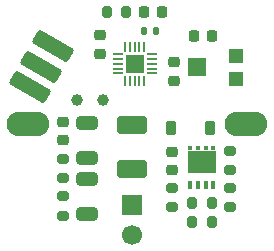
<source format=gbr>
%TF.GenerationSoftware,KiCad,Pcbnew,9.0.1*%
%TF.CreationDate,2025-10-15T21:57:33+02:00*%
%TF.ProjectId,Air_pump_controler,4169725f-7075-46d7-905f-636f6e74726f,0.1*%
%TF.SameCoordinates,Original*%
%TF.FileFunction,Soldermask,Top*%
%TF.FilePolarity,Negative*%
%FSLAX46Y46*%
G04 Gerber Fmt 4.6, Leading zero omitted, Abs format (unit mm)*
G04 Created by KiCad (PCBNEW 9.0.1) date 2025-10-15 21:57:33*
%MOMM*%
%LPD*%
G01*
G04 APERTURE LIST*
G04 Aperture macros list*
%AMRoundRect*
0 Rectangle with rounded corners*
0 $1 Rounding radius*
0 $2 $3 $4 $5 $6 $7 $8 $9 X,Y pos of 4 corners*
0 Add a 4 corners polygon primitive as box body*
4,1,4,$2,$3,$4,$5,$6,$7,$8,$9,$2,$3,0*
0 Add four circle primitives for the rounded corners*
1,1,$1+$1,$2,$3*
1,1,$1+$1,$4,$5*
1,1,$1+$1,$6,$7*
1,1,$1+$1,$8,$9*
0 Add four rect primitives between the rounded corners*
20,1,$1+$1,$2,$3,$4,$5,0*
20,1,$1+$1,$4,$5,$6,$7,0*
20,1,$1+$1,$6,$7,$8,$9,0*
20,1,$1+$1,$8,$9,$2,$3,0*%
G04 Aperture macros list end*
%ADD10C,1.000000*%
%ADD11R,1.650000X1.650000*%
%ADD12RoundRect,0.050000X0.050000X0.375000X-0.050000X0.375000X-0.050000X-0.375000X0.050000X-0.375000X0*%
%ADD13RoundRect,0.050000X0.375000X0.050000X-0.375000X0.050000X-0.375000X-0.050000X0.375000X-0.050000X0*%
%ADD14RoundRect,0.218750X0.218750X0.256250X-0.218750X0.256250X-0.218750X-0.256250X0.218750X-0.256250X0*%
%ADD15RoundRect,0.225000X-0.225000X-0.250000X0.225000X-0.250000X0.225000X0.250000X-0.225000X0.250000X0*%
%ADD16RoundRect,0.200000X0.200000X0.275000X-0.200000X0.275000X-0.200000X-0.275000X0.200000X-0.275000X0*%
%ADD17RoundRect,0.200000X-0.275000X0.200000X-0.275000X-0.200000X0.275000X-0.200000X0.275000X0.200000X0*%
%ADD18RoundRect,0.225000X-0.250000X0.225000X-0.250000X-0.225000X0.250000X-0.225000X0.250000X0.225000X0*%
%ADD19RoundRect,0.140000X-0.140000X-0.170000X0.140000X-0.170000X0.140000X0.170000X-0.140000X0.170000X0*%
%ADD20RoundRect,0.250000X0.650000X-0.325000X0.650000X0.325000X-0.650000X0.325000X-0.650000X-0.325000X0*%
%ADD21O,3.600000X2.100000*%
%ADD22RoundRect,0.225000X-0.225000X-0.375000X0.225000X-0.375000X0.225000X0.375000X-0.225000X0.375000X0*%
%ADD23RoundRect,0.250001X0.999999X-0.499999X0.999999X0.499999X-0.999999X0.499999X-0.999999X-0.499999X0*%
%ADD24RoundRect,0.250000X-0.650000X0.325000X-0.650000X-0.325000X0.650000X-0.325000X0.650000X0.325000X0*%
%ADD25C,1.700000*%
%ADD26R,1.700000X1.700000*%
%ADD27R,0.420000X0.700000*%
%ADD28R,0.420000X0.400000*%
%ADD29R,2.370000X1.850000*%
%ADD30R,1.200000X1.200000*%
%ADD31R,1.500000X1.600000*%
%ADD32RoundRect,0.200000X0.275000X-0.200000X0.275000X0.200000X-0.275000X0.200000X-0.275000X-0.200000X0*%
%ADD33RoundRect,0.225000X0.250000X-0.225000X0.250000X0.225000X-0.250000X0.225000X-0.250000X-0.225000X0*%
%ADD34RoundRect,0.250000X1.099038X-1.096410X1.499038X-0.403590X-1.099038X1.096410X-1.499038X0.403590X0*%
G04 APERTURE END LIST*
D10*
%TO.C,RX*%
X154550000Y-87300000D03*
%TD*%
%TO.C,TX*%
X152350000Y-87300000D03*
%TD*%
D11*
%TO.C,U1*%
X157200000Y-84200000D03*
D12*
X158000000Y-85650000D03*
X157600000Y-85650000D03*
X157200000Y-85650000D03*
X156800000Y-85650000D03*
X156400000Y-85650000D03*
D13*
X155750000Y-85000000D03*
X155750000Y-84600000D03*
X155750000Y-84200000D03*
X155750000Y-83800000D03*
X155750000Y-83400000D03*
D12*
X156400000Y-82750000D03*
X156800000Y-82750000D03*
X157200000Y-82750000D03*
X157600000Y-82750000D03*
X158000000Y-82750000D03*
D13*
X158650000Y-83400000D03*
X158650000Y-83800000D03*
X158650000Y-84200000D03*
X158650000Y-84600000D03*
X158650000Y-85000000D03*
%TD*%
D14*
%TO.C,D2*%
X159537501Y-79800000D03*
X157962499Y-79800000D03*
%TD*%
D15*
%TO.C,C9*%
X163775000Y-81850000D03*
X162225000Y-81850000D03*
%TD*%
D16*
%TO.C,R9*%
X156475000Y-79800000D03*
X154825000Y-79800000D03*
%TD*%
D17*
%TO.C,R8*%
X160400000Y-94675000D03*
X160400000Y-96325000D03*
%TD*%
D18*
%TO.C,C6*%
X160400000Y-91625000D03*
X160400000Y-93175000D03*
%TD*%
D19*
%TO.C,C5*%
X158020000Y-81450000D03*
X158980000Y-81450000D03*
%TD*%
D20*
%TO.C,C1*%
X153150000Y-93975000D03*
X153150000Y-96925000D03*
%TD*%
D21*
%TO.C,J4*%
X166650000Y-89300000D03*
X148150000Y-89300000D03*
%TD*%
D22*
%TO.C,D1*%
X160300000Y-89600000D03*
X163600000Y-89600000D03*
%TD*%
D16*
%TO.C,R7*%
X163725000Y-96000000D03*
X162075000Y-96000000D03*
%TD*%
D23*
%TO.C,L1*%
X156950000Y-93100000D03*
X156950000Y-89400000D03*
%TD*%
D24*
%TO.C,C4*%
X153150000Y-89225000D03*
X153150000Y-92175000D03*
%TD*%
D18*
%TO.C,C3*%
X151100000Y-89125000D03*
X151100000Y-90675000D03*
%TD*%
D25*
%TO.C,J2*%
X156950001Y-98690000D03*
D26*
X156950000Y-96150000D03*
%TD*%
D27*
%TO.C,Q1*%
X161900000Y-94500000D03*
X162550000Y-94500000D03*
X163200000Y-94500000D03*
X163850000Y-94500000D03*
D28*
X161900000Y-91350000D03*
X162550000Y-91350000D03*
D29*
X162875000Y-92475000D03*
D28*
X163200000Y-91350000D03*
X163850000Y-91350000D03*
%TD*%
D17*
%TO.C,TH1*%
X165300000Y-91575000D03*
X165300000Y-93225000D03*
%TD*%
D18*
%TO.C,C10*%
X160550000Y-84075000D03*
X160550000Y-85625000D03*
%TD*%
D30*
%TO.C,RV1*%
X165750000Y-85500000D03*
D31*
X162500000Y-84500000D03*
D30*
X165750000Y-83500000D03*
%TD*%
D32*
%TO.C,R6*%
X165300000Y-96325000D03*
X165300000Y-94675000D03*
%TD*%
D16*
%TO.C,R5*%
X163725000Y-97600000D03*
X162075000Y-97600000D03*
%TD*%
D17*
%TO.C,R4*%
X151100000Y-92225000D03*
X151100000Y-93875000D03*
%TD*%
%TO.C,R3*%
X151100000Y-95425000D03*
X151100000Y-97075000D03*
%TD*%
D33*
%TO.C,C8*%
X154250000Y-83325000D03*
X154250000Y-81775000D03*
%TD*%
D34*
%TO.C,J1*%
X148300000Y-86182051D03*
X149300000Y-84450000D03*
X150300000Y-82717949D03*
%TD*%
M02*

</source>
